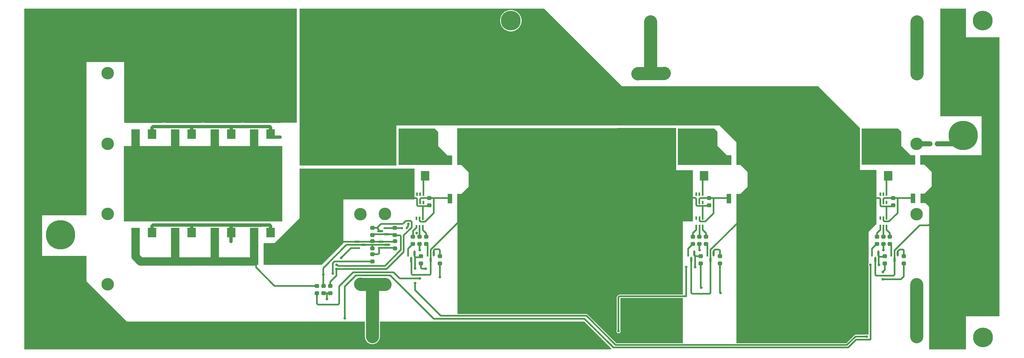
<source format=gbl>
G04*
G04 #@! TF.GenerationSoftware,Altium Limited,Altium Designer,21.6.4 (81)*
G04*
G04 Layer_Physical_Order=2*
G04 Layer_Color=16711680*
%FSLAX43Y43*%
%MOMM*%
G71*
G04*
G04 #@! TF.SameCoordinates,3B1B0440-9CC4-4517-B04E-561091F89696*
G04*
G04*
G04 #@! TF.FilePolarity,Positive*
G04*
G01*
G75*
%ADD11C,0.508*%
G04:AMPARAMS|DCode=18|XSize=1.2mm|YSize=1.3mm|CornerRadius=0.3mm|HoleSize=0mm|Usage=FLASHONLY|Rotation=0.000|XOffset=0mm|YOffset=0mm|HoleType=Round|Shape=RoundedRectangle|*
%AMROUNDEDRECTD18*
21,1,1.200,0.700,0,0,0.0*
21,1,0.600,1.300,0,0,0.0*
1,1,0.600,0.300,-0.350*
1,1,0.600,-0.300,-0.350*
1,1,0.600,-0.300,0.350*
1,1,0.600,0.300,0.350*
%
%ADD18ROUNDEDRECTD18*%
%ADD29C,1.000*%
%ADD31C,3.810*%
%ADD32C,8.890*%
%ADD33C,0.800*%
%ADD34C,6.000*%
G04:AMPARAMS|DCode=35|XSize=1.2mm|YSize=1.3mm|CornerRadius=0.3mm|HoleSize=0mm|Usage=FLASHONLY|Rotation=270.000|XOffset=0mm|YOffset=0mm|HoleType=Round|Shape=RoundedRectangle|*
%AMROUNDEDRECTD35*
21,1,1.200,0.700,0,0,270.0*
21,1,0.600,1.300,0,0,270.0*
1,1,0.600,-0.350,-0.300*
1,1,0.600,-0.350,0.300*
1,1,0.600,0.350,0.300*
1,1,0.600,0.350,-0.300*
%
%ADD35ROUNDEDRECTD35*%
%ADD36R,0.600X0.700*%
G04:AMPARAMS|DCode=37|XSize=1.824mm|YSize=0.618mm|CornerRadius=0.309mm|HoleSize=0mm|Usage=FLASHONLY|Rotation=0.000|XOffset=0mm|YOffset=0mm|HoleType=Round|Shape=RoundedRectangle|*
%AMROUNDEDRECTD37*
21,1,1.824,0.000,0,0,0.0*
21,1,1.206,0.618,0,0,0.0*
1,1,0.618,0.603,0.000*
1,1,0.618,-0.603,0.000*
1,1,0.618,-0.603,0.000*
1,1,0.618,0.603,0.000*
%
%ADD37ROUNDEDRECTD37*%
%ADD38R,1.824X0.618*%
%ADD39R,1.358X2.906*%
%ADD40R,2.500X3.000*%
%ADD41R,11.000X11.000*%
%ADD42R,0.508X1.016*%
%ADD43R,0.618X1.824*%
G04:AMPARAMS|DCode=44|XSize=1.824mm|YSize=0.618mm|CornerRadius=0.309mm|HoleSize=0mm|Usage=FLASHONLY|Rotation=270.000|XOffset=0mm|YOffset=0mm|HoleType=Round|Shape=RoundedRectangle|*
%AMROUNDEDRECTD44*
21,1,1.824,0.000,0,0,270.0*
21,1,1.206,0.618,0,0,270.0*
1,1,0.618,0.000,-0.603*
1,1,0.618,0.000,0.603*
1,1,0.618,0.000,0.603*
1,1,0.618,0.000,-0.603*
%
%ADD44ROUNDEDRECTD44*%
%ADD45C,4.000*%
%ADD46C,2.500*%
%ADD47C,1.500*%
%ADD48C,2.286*%
G36*
X113284Y210363D02*
X60858D01*
Y228829D01*
X49428D01*
Y182220D01*
X36017D01*
Y169850D01*
X49428D01*
X49428Y162154D01*
X61747Y149835D01*
X133955D01*
Y145237D01*
X133999Y144795D01*
X134128Y144370D01*
X134337Y143979D01*
X134619Y143636D01*
X134962Y143354D01*
X135353Y143145D01*
X135778Y143016D01*
X136220Y142972D01*
X136662Y143016D01*
X137087Y143145D01*
X137479Y143354D01*
X137822Y143636D01*
X138103Y143979D01*
X138313Y144370D01*
X138442Y144795D01*
X138485Y145237D01*
Y149835D01*
X200558D01*
X208807Y141586D01*
X208710Y141351D01*
X30607D01*
Y245110D01*
X113284D01*
Y210363D01*
D02*
G37*
G36*
X228409Y195936D02*
X233553D01*
Y180340D01*
X230505D01*
Y158074D01*
X211245D01*
X211046Y158035D01*
X210979Y157990D01*
X210878Y157922D01*
X210878Y157922D01*
X210581Y157625D01*
X210468Y157457D01*
X210429Y157259D01*
Y147371D01*
X210393Y147335D01*
X210293Y147094D01*
Y146834D01*
X210393Y146594D01*
X210577Y146410D01*
X210817Y146310D01*
X211077D01*
X211317Y146410D01*
X211501Y146594D01*
X211601Y146834D01*
Y147094D01*
X211501Y147335D01*
X211465Y147371D01*
Y157038D01*
X230505D01*
Y143247D01*
X210291D01*
X201585Y151953D01*
X201417Y152066D01*
X201219Y152105D01*
X162027D01*
Y188722D01*
X163220D01*
X165417Y190919D01*
Y195313D01*
X163220Y197510D01*
X162001D01*
Y208686D01*
X210439Y208686D01*
X210541Y208788D01*
X228409D01*
Y195936D01*
D02*
G37*
G36*
X296774Y207670D02*
Y203327D01*
X299644Y200457D01*
X300965D01*
Y197561D01*
X284759D01*
Y208610D01*
X295834D01*
X296774Y207670D01*
D02*
G37*
G36*
X240970Y207659D02*
Y203316D01*
X243840Y200446D01*
X245161D01*
Y197550D01*
X228956D01*
Y208599D01*
X240030D01*
X240970Y207659D01*
D02*
G37*
G36*
X156210Y207620D02*
Y203276D01*
X159080Y200406D01*
X160401D01*
Y197510D01*
X144196D01*
Y208559D01*
X155270D01*
X156210Y207620D01*
D02*
G37*
G36*
X108864Y180315D02*
X60833D01*
Y203276D01*
X108864D01*
Y180315D01*
D02*
G37*
G36*
X148996Y187046D02*
X127406D01*
Y173688D01*
X120802Y167084D01*
X103251D01*
Y173764D01*
X106554D01*
X114173Y181256D01*
Y196421D01*
X148996D01*
Y187046D01*
D02*
G37*
G36*
X212014Y221513D02*
X271577D01*
Y221399D01*
X284239Y208737D01*
Y195961D01*
X289255D01*
Y179603D01*
X286842Y177190D01*
Y167517D01*
X286747Y167287D01*
Y167027D01*
X286842Y166797D01*
Y146013D01*
X286745Y145947D01*
X286588Y145885D01*
X286388Y145967D01*
X286128D01*
X285888Y145868D01*
X285851Y145831D01*
X282880D01*
X282682Y145792D01*
X282514Y145680D01*
X280081Y143247D01*
X246736D01*
Y179578D01*
X246761Y179603D01*
Y188747D01*
X247955D01*
X250152Y190945D01*
Y195339D01*
X247955Y197536D01*
X246736D01*
Y204445D01*
X241605Y209575D01*
X143485D01*
Y197383D01*
X114097D01*
Y245110D01*
X188417D01*
X212014Y221513D01*
D02*
G37*
G36*
X316433Y236372D02*
X326593D01*
Y151435D01*
X316433D01*
Y141351D01*
X305257D01*
Y184760D01*
X304140Y185877D01*
X302590D01*
Y188773D01*
X303784D01*
X305981Y190970D01*
Y195364D01*
X303784Y197561D01*
X302565D01*
Y200457D01*
X321183D01*
X321183Y212293D01*
X308610D01*
Y245110D01*
X316433D01*
Y236372D01*
D02*
G37*
%LPC*%
G36*
X178513Y244681D02*
X178001D01*
X177495Y244601D01*
X177008Y244443D01*
X176552Y244210D01*
X176137Y243909D01*
X175775Y243547D01*
X175474Y243132D01*
X175242Y242676D01*
X175083Y242189D01*
X175003Y241683D01*
Y241171D01*
X175083Y240665D01*
X175242Y240178D01*
X175474Y239722D01*
X175775Y239307D01*
X176137Y238945D01*
X176552Y238644D01*
X177008Y238411D01*
X177495Y238253D01*
X178001Y238173D01*
X178513D01*
X179019Y238253D01*
X179506Y238411D01*
X179963Y238644D01*
X180377Y238945D01*
X180739Y239307D01*
X181040Y239722D01*
X181273Y240178D01*
X181431Y240665D01*
X181511Y241171D01*
Y241683D01*
X181431Y242189D01*
X181273Y242676D01*
X181040Y243132D01*
X180739Y243547D01*
X180377Y243909D01*
X179963Y244210D01*
X179506Y244443D01*
X179019Y244601D01*
X178513Y244681D01*
D02*
G37*
%LPD*%
D11*
X125324Y165811D02*
X140538D01*
X145745Y171018D01*
Y176076D01*
X142672Y164846D02*
X144551Y162966D01*
X150622D01*
X130429Y164846D02*
X142672D01*
X154838Y150724D02*
X200584D01*
X131216Y163932D02*
X141630D01*
X154838Y150724D01*
X126162Y155314D02*
Y160579D01*
X130429Y164846D01*
X122415Y158445D02*
X123419D01*
X121412D02*
X122415D01*
X119405Y155314D02*
Y158445D01*
Y155314D02*
X119703Y155016D01*
X122415Y156680D02*
X122428Y156667D01*
X122415Y156680D02*
Y158445D01*
X119703Y155016D02*
X125864D01*
X123419Y158445D02*
X123419Y158445D01*
X121412Y158445D02*
X121412Y158445D01*
X144907Y171679D02*
Y175826D01*
X140030Y166802D02*
X144907Y171679D01*
X125809Y166802D02*
X140030D01*
X236474Y185039D02*
X238217D01*
X234827D02*
X236474D01*
Y181305D02*
Y185039D01*
X234529Y186080D02*
Y187195D01*
Y185337D02*
Y186080D01*
X162973Y186932D02*
X163112Y187071D01*
X162402Y186214D02*
X162973D01*
X235832Y180289D02*
X237297D01*
X239801Y182793D01*
Y187452D01*
X238455Y187477D02*
X239801D01*
X244293D01*
X283058Y144348D02*
X287350D01*
X209372Y141935D02*
X280645D01*
X283058Y144348D01*
X280296Y142729D02*
X282880Y145313D01*
X210077Y142729D02*
X280296D01*
X282880Y145313D02*
X286258D01*
X287426Y144424D02*
Y167132D01*
X287350Y144348D02*
X287426Y144424D01*
X127838Y150876D02*
Y160553D01*
X131216Y163932D01*
X125864Y155016D02*
X126162Y155314D01*
X125453Y167157D02*
X125809Y166802D01*
X136507Y176403D02*
X140533D01*
X142766D01*
X201219Y151587D02*
X210077Y142729D01*
X156997Y151587D02*
X201219D01*
X200584Y150724D02*
X209372Y141935D01*
X149174Y159410D02*
X156997Y151587D01*
X149174Y159410D02*
Y161519D01*
X287401Y167157D02*
X287426Y167132D01*
X289942Y169867D02*
Y170086D01*
Y167156D02*
Y169867D01*
Y167156D02*
X289966Y167132D01*
X210947Y146964D02*
Y157259D01*
X211245Y157556D02*
X231496D01*
X210947Y157259D02*
X211245Y157556D01*
X231496D02*
Y166370D01*
X231445Y166421D02*
X231496Y166370D01*
X234214Y166445D02*
Y169849D01*
X289942Y169867D02*
X290240Y169570D01*
X291597D02*
X291744Y169717D01*
X289799Y169992D02*
Y170577D01*
X290240Y169570D02*
X291597D01*
X291160Y164948D02*
Y165027D01*
X291744Y165611D02*
Y167422D01*
X291160Y165027D02*
X291744Y165611D01*
X291684Y167482D02*
X291744Y167422D01*
X288849Y164102D02*
Y168657D01*
X294403Y163805D02*
X294701Y164102D01*
X289146Y163805D02*
X294403D01*
X294701Y164102D02*
Y168666D01*
X288849Y164102D02*
X289146Y163805D01*
X149200Y165989D02*
Y169393D01*
X149334D01*
X124231Y164465D02*
Y167640D01*
X129733Y172227D02*
X131577D01*
X124231Y167640D02*
X124724Y168132D01*
X136246D01*
X126721Y169215D02*
X129733Y172227D01*
X125374Y167157D02*
X125453D01*
X143045Y176124D02*
X144609D01*
X144907Y175826D01*
X121336Y164135D02*
Y166116D01*
X128397Y173177D02*
X133497D01*
X121336Y166116D02*
X128397Y173177D01*
X136246Y176141D02*
X136507Y176403D01*
X125324Y163830D02*
Y165811D01*
X302336Y179146D02*
X305054D01*
X294701Y171511D02*
X302336Y179146D01*
X305054D02*
X309080Y183172D01*
X296297Y171806D02*
X297263D01*
X294701Y168666D02*
Y171511D01*
X295651Y171160D02*
X296297Y171806D01*
X295651Y170586D02*
Y171160D01*
X297561Y169717D02*
Y171508D01*
X297263Y171806D02*
X297561Y171508D01*
X123419Y160645D02*
Y161925D01*
X125324Y163830D01*
X106502Y160706D02*
X119345D01*
X100889Y166319D02*
Y168478D01*
Y166319D02*
X106502Y160706D01*
X121336Y164135D02*
X121374Y164097D01*
Y160683D02*
X121412Y160645D01*
X121374Y160683D02*
Y164097D01*
X148082Y164382D02*
X148380Y164084D01*
X153637D01*
X153934Y164382D01*
X148082D02*
Y168657D01*
X153934Y164382D02*
Y168666D01*
X247025Y179842D02*
Y186100D01*
X238872Y168641D02*
Y171689D01*
X247025Y179842D01*
X247735Y186216D02*
Y186934D01*
X247140Y186216D02*
X247735D01*
X247025Y186100D02*
X247140Y186216D01*
X247735Y186934D02*
X247850Y187050D01*
X153934Y171663D02*
X162263Y179992D01*
Y186075D01*
X153934Y168666D02*
Y171663D01*
X151536Y181254D02*
Y184963D01*
X150107Y184963D02*
X153221D01*
X151536Y184963D02*
X151536Y184963D01*
X149809Y185260D02*
Y186055D01*
Y185260D02*
X150107Y184963D01*
X153221D02*
X153518Y185260D01*
X146355Y180467D02*
X147861D01*
X145745Y176076D02*
X148158Y178489D01*
Y180169D01*
X147861Y180467D02*
X148158Y180169D01*
X145466Y179578D02*
X146355Y180467D01*
X138887Y179578D02*
X145466D01*
X138062Y177419D02*
Y177919D01*
X138113Y177368D02*
X138613D01*
X138062Y177419D02*
X138113Y177368D01*
X137640Y178341D02*
X138062Y177919D01*
X136246Y178341D02*
X137650D01*
X138255Y170630D02*
Y172253D01*
X136246Y170332D02*
X137957D01*
X138255Y170630D01*
X142979Y172253D02*
X143104Y172128D01*
X138255Y172253D02*
X142979D01*
X142928Y174153D02*
X143104Y174328D01*
X138841Y174153D02*
X142928D01*
X136027Y174127D02*
X136246Y174346D01*
X123514Y174127D02*
X136027D01*
X142766Y176403D02*
X143045Y176124D01*
X236068Y160198D02*
Y160277D01*
X235915Y160429D02*
X236068Y160277D01*
X235915Y160429D02*
Y167509D01*
X233020Y158590D02*
Y168632D01*
X233317Y158293D02*
X238574D01*
X238872Y158590D02*
Y168641D01*
X238574Y158293D02*
X238872Y158590D01*
X233020D02*
X233317Y158293D01*
X241757Y158727D02*
Y167496D01*
X241859Y158547D02*
Y158626D01*
X241757Y158727D02*
X241859Y158626D01*
X241732Y167521D02*
X241757Y167496D01*
X291313Y171653D02*
Y173474D01*
X235483Y171628D02*
Y173449D01*
X234322Y169740D02*
X235884D01*
X233970Y170008D02*
Y170581D01*
X234105Y169957D02*
X234322Y169740D01*
X234020Y169957D02*
X234105D01*
X233970Y170008D02*
X234020Y169957D01*
X235884Y169740D02*
X235915Y169709D01*
X137650Y178341D02*
X138887Y179578D01*
X147086Y179471D02*
X147142Y179527D01*
X147086Y178836D02*
Y179471D01*
X146609Y178358D02*
X147086Y178836D01*
X146609Y178308D02*
Y178358D01*
X148590Y177419D02*
X149631Y178460D01*
X148590Y175598D02*
Y177419D01*
X149631Y178460D02*
Y178714D01*
X119345Y160706D02*
X119405Y160645D01*
X136246Y173190D02*
X140749D01*
X133510D02*
X136246D01*
Y172146D02*
Y173190D01*
X140749D02*
X140762Y173203D01*
X133497Y173177D02*
X133510Y173190D01*
X136418Y174174D02*
X138820D01*
X136246Y174346D02*
X136418Y174174D01*
X138820D02*
X138841Y174153D01*
X301447Y161163D02*
X301473Y161188D01*
X305427Y203937D02*
X305453Y203962D01*
X143016Y178330D02*
X143027Y178341D01*
X140545Y178330D02*
X143016D01*
X140533Y178318D02*
X140545Y178330D01*
X143027Y178341D02*
X143044Y178325D01*
X145192D01*
X145209Y178308D01*
X150571Y177240D02*
Y178714D01*
Y177240D02*
X150574Y177237D01*
X150571Y175623D02*
X150574Y175626D01*
Y177237D01*
X151536Y177724D02*
X152552Y176708D01*
X151536Y177724D02*
Y178714D01*
X152552Y175598D02*
Y176708D01*
X150927Y166210D02*
Y167535D01*
Y166210D02*
X151224Y165913D01*
X152400D01*
X291160Y162738D02*
X296709D01*
X297561Y163590D01*
Y167517D01*
X140533Y178318D02*
X140538Y178313D01*
X110980Y168554D02*
X110991Y168565D01*
X150546Y173474D02*
X150584Y173436D01*
Y171615D02*
X150622Y171577D01*
X150584Y171615D02*
Y173436D01*
X148981Y170607D02*
X149002Y170586D01*
X149334Y169393D02*
X150510D01*
X149002Y169724D02*
Y170586D01*
Y169724D02*
X149334Y169393D01*
X150510D02*
X150852Y169735D01*
X150927D01*
X149795Y186055D02*
Y187170D01*
X156718Y163398D02*
Y167521D01*
X156743Y167547D01*
X156693Y163373D02*
X156718Y163398D01*
X163830Y187071D02*
X165506Y188747D01*
X162973Y186214D02*
Y186932D01*
X163112Y187071D02*
X163830D01*
X162263Y186075D02*
X162402Y186214D01*
X248569Y187050D02*
X251009Y189490D01*
X247850Y187050D02*
X248569D01*
X301485Y225311D02*
X301498Y225298D01*
X301473Y241148D02*
X301485Y241135D01*
X154854Y171503D02*
X155186Y171835D01*
X154833Y170616D02*
X154854Y170637D01*
Y171503D01*
X155186Y171835D02*
X156446D01*
X156743Y169747D02*
Y171537D01*
X156446Y171835D02*
X156743Y171537D01*
X239843Y171478D02*
X240174Y171810D01*
X239822Y170590D02*
X239843Y170611D01*
Y171478D01*
X240174Y171810D02*
X241434D01*
X241732Y169721D02*
Y171512D01*
X241434Y171810D02*
X241732Y171512D01*
X147081Y170607D02*
Y172041D01*
X148514Y173474D01*
X148539D01*
X152984Y170586D02*
X153039Y170641D01*
X152552Y173474D02*
X152578D01*
X152984Y170586D02*
Y173068D01*
X152578Y173474D02*
X152984Y173068D01*
X237922Y170561D02*
X237977Y170616D01*
X237490Y173449D02*
X237515D01*
X237922Y170561D02*
Y173042D01*
X237515Y173449D02*
X237922Y173042D01*
X233502Y173449D02*
X233528D01*
X232070Y172016D02*
X233502Y173449D01*
X232070Y170581D02*
Y172016D01*
X287899Y170607D02*
Y172041D01*
X289332Y173474D01*
X289357D01*
X293344D02*
X293751Y173068D01*
Y170586D02*
Y173068D01*
X293319Y173474D02*
X293344D01*
X293751Y170586D02*
X293806Y170641D01*
X154864Y182829D02*
Y187401D01*
X150894Y180238D02*
X152273D01*
X154864Y182829D01*
X150571Y180561D02*
Y181254D01*
Y180561D02*
X150894Y180238D01*
X151047Y187452D02*
X153721D01*
X150749Y186055D02*
Y187154D01*
X151047Y187452D01*
X153721D02*
X159559D01*
X149497Y187467D02*
X149795Y187170D01*
X151714Y193680D02*
X152208Y194173D01*
X151714Y188595D02*
Y193680D01*
X147505Y187467D02*
X149497D01*
X147208Y187765D02*
X147505Y187467D01*
X147208Y187765D02*
Y194173D01*
X235509Y175623D02*
X235534Y175649D01*
X235509Y175674D02*
Y178765D01*
X234569Y177775D02*
Y178765D01*
X233528Y176733D02*
X234569Y177775D01*
X233528Y175649D02*
Y176733D01*
X236474Y177775D02*
Y178765D01*
Y177775D02*
X237490Y176759D01*
Y175649D02*
Y176759D01*
X235509Y180612D02*
X235832Y180289D01*
X235509Y180612D02*
Y181305D01*
X244293Y187477D02*
X244471Y187300D01*
X238217Y185039D02*
X238455Y185277D01*
X234529Y185337D02*
X234827Y185039D01*
X235483Y187180D02*
X235781Y187477D01*
X235483Y186080D02*
Y187180D01*
X235781Y187477D02*
X238455D01*
X236449Y188620D02*
Y193705D01*
X236942Y194198D01*
X234231Y187493D02*
X234529Y187195D01*
X232240Y187493D02*
X234231D01*
X231942Y187790D02*
X232240Y187493D01*
X231942Y187790D02*
Y194198D01*
X100363Y198164D02*
X100863Y197663D01*
X293319Y175674D02*
Y176784D01*
X292303Y177800D02*
X293319Y176784D01*
X292303Y177800D02*
Y178791D01*
X289357Y175674D02*
Y176759D01*
X290398Y177800D01*
Y178791D01*
X291338Y175700D02*
Y178791D01*
X291313Y175674D02*
X291338Y175700D01*
X295631Y182905D02*
Y187477D01*
X291661Y180315D02*
X293040D01*
X295631Y182905D01*
X294284Y187477D02*
X295631D01*
X291610D02*
X294284D01*
X295631D02*
X300173D01*
X291338Y180638D02*
Y181331D01*
Y180638D02*
X291661Y180315D01*
X292303Y184912D02*
X293591D01*
X290670D02*
X292303D01*
Y181331D02*
Y184912D01*
X290373Y185210D02*
Y186080D01*
Y187180D01*
X293603Y184925D02*
X293967D01*
X294284Y185242D01*
X293591Y184912D02*
X293603Y184925D01*
X290373Y185210D02*
X290670Y184912D01*
X291313Y186080D02*
Y187180D01*
X291610Y187477D01*
X300173D02*
X300326Y187325D01*
X287786Y187775D02*
Y194183D01*
Y187775D02*
X288083Y187477D01*
X290075D01*
X290373Y187180D01*
X292278Y193675D02*
X292786Y194183D01*
X292278Y188620D02*
Y193675D01*
D18*
X305453Y203962D02*
D03*
X307653D02*
D03*
D29*
X310109Y187325D02*
X315417Y182016D01*
X310109Y187325D02*
X313341D01*
X303280D02*
X310109D01*
X98984Y195950D02*
Y196494D01*
X98596Y195563D02*
X98984Y195950D01*
X98577Y193500D02*
Y195000D01*
Y192000D02*
Y193500D01*
Y195000D02*
X98596Y195019D01*
Y195563D01*
X98577Y190109D02*
Y192000D01*
X105258Y206798D02*
Y206819D01*
X106113Y205943D02*
X108204D01*
X105258Y206798D02*
X106113Y205943D01*
X102863Y215824D02*
X107863Y210824D01*
X93363Y179178D02*
X101925D01*
X93320D02*
X93363D01*
X93320Y174219D02*
Y176924D01*
X93320Y176924D01*
Y179178D01*
X93363Y176924D02*
Y179178D01*
X101925D02*
X102367D01*
X104027Y179194D02*
X105065D01*
X105363Y176924D02*
Y178897D01*
X81356Y179194D02*
X98800D01*
X104027D01*
X105065D02*
X105363Y178897D01*
X69363D02*
X69660Y179194D01*
X69363Y176924D02*
Y178897D01*
X81356Y179194D02*
X81363Y179188D01*
Y176924D02*
Y179188D01*
X69660Y179194D02*
X81356D01*
X93523Y209194D02*
X105065D01*
X81356D02*
X93523D01*
X93363Y209034D02*
X93523Y209194D01*
X93363Y206924D02*
Y209034D01*
X69660Y209194D02*
X81356D01*
X81363Y206924D02*
Y209188D01*
X81356Y209194D02*
X81363Y209188D01*
X69363Y206924D02*
Y208897D01*
X69660Y209194D01*
X105065D02*
X105363Y208897D01*
Y206924D02*
Y208897D01*
X303229Y199009D02*
X309474D01*
D31*
X224739Y161163D02*
D03*
Y182626D02*
D03*
Y203962D02*
D03*
Y225425D02*
D03*
X301447Y161163D02*
D03*
Y182499D02*
D03*
Y203962D02*
D03*
Y225298D02*
D03*
X140081Y161163D02*
D03*
Y182626D02*
D03*
Y203962D02*
D03*
Y225425D02*
D03*
X216789Y161163D02*
D03*
Y182499D02*
D03*
Y203962D02*
D03*
Y225298D02*
D03*
X55880Y161163D02*
D03*
Y182626D02*
D03*
Y203962D02*
D03*
Y225425D02*
D03*
X132588Y161163D02*
D03*
Y182499D02*
D03*
Y203962D02*
D03*
Y225298D02*
D03*
D32*
X41605Y176276D02*
D03*
Y206121D02*
D03*
X315595Y206502D02*
D03*
Y176657D02*
D03*
D33*
X227500Y207500D02*
D03*
Y202500D02*
D03*
Y197500D02*
D03*
X228750Y195000D02*
D03*
X227500Y192500D02*
D03*
X228750Y190000D02*
D03*
X227500Y187500D02*
D03*
X228750Y185000D02*
D03*
X227500Y182500D02*
D03*
X225000Y207500D02*
D03*
X226250Y200000D02*
D03*
X225000Y197500D02*
D03*
X226250Y195000D02*
D03*
X225000Y192500D02*
D03*
X226250Y190000D02*
D03*
X225000Y187500D02*
D03*
X226250Y185000D02*
D03*
X222500Y207500D02*
D03*
Y202500D02*
D03*
X223750Y200000D02*
D03*
X222500Y197500D02*
D03*
X223750Y195000D02*
D03*
X222500Y192500D02*
D03*
X223750Y190000D02*
D03*
X222500Y187500D02*
D03*
X223750Y185000D02*
D03*
X220000Y207500D02*
D03*
X221250Y205000D02*
D03*
X220000Y202500D02*
D03*
X221250Y200000D02*
D03*
X220000Y197500D02*
D03*
X221250Y195000D02*
D03*
X220000Y192500D02*
D03*
X221250Y190000D02*
D03*
X220000Y187500D02*
D03*
X221250Y185000D02*
D03*
X220000Y182500D02*
D03*
X217500Y207500D02*
D03*
X218750Y200000D02*
D03*
X217500Y197500D02*
D03*
X218750Y195000D02*
D03*
X217500Y192500D02*
D03*
X218750Y190000D02*
D03*
X217500Y187500D02*
D03*
X218750Y185000D02*
D03*
X215000Y207500D02*
D03*
X216250Y200000D02*
D03*
X215000Y197500D02*
D03*
X216250Y195000D02*
D03*
X215000Y192500D02*
D03*
X216250Y190000D02*
D03*
X215000Y187500D02*
D03*
X216250Y185000D02*
D03*
X212500Y207500D02*
D03*
X213750Y205000D02*
D03*
X212500Y202500D02*
D03*
X213750Y200000D02*
D03*
X212500Y197500D02*
D03*
X213750Y195000D02*
D03*
X212500Y192500D02*
D03*
X213750Y190000D02*
D03*
X212500Y187500D02*
D03*
X213750Y185000D02*
D03*
X212500Y182500D02*
D03*
X140000Y200000D02*
D03*
X137500D02*
D03*
X136250Y202500D02*
D03*
X135000Y200000D02*
D03*
X132500D02*
D03*
X130000D02*
D03*
X321250Y190000D02*
D03*
X320000Y187500D02*
D03*
X321250Y185000D02*
D03*
X320000Y182500D02*
D03*
X321250Y180000D02*
D03*
Y175000D02*
D03*
X320000Y172500D02*
D03*
X321250Y170000D02*
D03*
X320000Y167500D02*
D03*
X321250Y165000D02*
D03*
X320000Y162500D02*
D03*
X321250Y160000D02*
D03*
X320000Y157500D02*
D03*
X321250Y155000D02*
D03*
X320000Y152500D02*
D03*
X318750Y190000D02*
D03*
X317500Y187500D02*
D03*
X318750Y185000D02*
D03*
X317500Y182500D02*
D03*
X318750Y170000D02*
D03*
X317500Y167500D02*
D03*
X318750Y165000D02*
D03*
X317500Y162500D02*
D03*
X318750Y160000D02*
D03*
X317500Y157500D02*
D03*
X318750Y155000D02*
D03*
X317500Y152500D02*
D03*
X316250Y190000D02*
D03*
X315000Y187500D02*
D03*
X316250Y185000D02*
D03*
X315000Y182500D02*
D03*
X316250Y170000D02*
D03*
X315000Y167500D02*
D03*
X316250Y165000D02*
D03*
X315000Y162500D02*
D03*
X316250Y160000D02*
D03*
X315000Y157500D02*
D03*
X316250Y155000D02*
D03*
X315000Y152500D02*
D03*
Y147500D02*
D03*
Y142500D02*
D03*
X313750Y190000D02*
D03*
X312500Y187500D02*
D03*
X313750Y185000D02*
D03*
X312500Y182500D02*
D03*
Y172500D02*
D03*
X313750Y170000D02*
D03*
X312500Y167500D02*
D03*
X313750Y165000D02*
D03*
X312500Y162500D02*
D03*
X313750Y160000D02*
D03*
X312500Y157500D02*
D03*
X313750Y155000D02*
D03*
X312500Y152500D02*
D03*
X313750Y150000D02*
D03*
X312500Y147500D02*
D03*
Y142500D02*
D03*
X311250Y190000D02*
D03*
X310000Y187500D02*
D03*
X311250Y185000D02*
D03*
X310000Y182500D02*
D03*
X311250Y180000D02*
D03*
X310000Y177500D02*
D03*
Y172500D02*
D03*
X311250Y170000D02*
D03*
X310000Y167500D02*
D03*
X311250Y165000D02*
D03*
X310000Y162500D02*
D03*
X311250Y160000D02*
D03*
X310000Y157500D02*
D03*
X311250Y155000D02*
D03*
X310000Y152500D02*
D03*
X311250Y150000D02*
D03*
X310000Y147500D02*
D03*
Y142500D02*
D03*
X308750Y155000D02*
D03*
X307500Y152500D02*
D03*
X308750Y150000D02*
D03*
X307500Y147500D02*
D03*
X308750Y145000D02*
D03*
X307500Y142500D02*
D03*
X111250Y242500D02*
D03*
X110000Y240000D02*
D03*
X111250Y237500D02*
D03*
X110000Y235000D02*
D03*
X111250Y232500D02*
D03*
X110000Y230000D02*
D03*
X111250Y227500D02*
D03*
X110000Y225000D02*
D03*
X111250Y222500D02*
D03*
X110000Y220000D02*
D03*
X111250Y217500D02*
D03*
X110000Y215000D02*
D03*
X111250Y212500D02*
D03*
X108750Y242500D02*
D03*
X107500Y240000D02*
D03*
X108750Y237500D02*
D03*
X107500Y235000D02*
D03*
X108750Y232500D02*
D03*
X107500Y230000D02*
D03*
X108750Y227500D02*
D03*
X107500Y225000D02*
D03*
X108750Y222500D02*
D03*
X106250Y242500D02*
D03*
X105000Y240000D02*
D03*
X106250Y237500D02*
D03*
X105000Y235000D02*
D03*
X106250Y232500D02*
D03*
X105000Y230000D02*
D03*
X106250Y227500D02*
D03*
X105000Y225000D02*
D03*
X106250Y222500D02*
D03*
X103750Y242500D02*
D03*
X102500Y240000D02*
D03*
X103750Y237500D02*
D03*
X102500Y235000D02*
D03*
X103750Y232500D02*
D03*
X102500Y230000D02*
D03*
X103750Y227500D02*
D03*
X102500Y225000D02*
D03*
X103750Y222500D02*
D03*
X101250Y242500D02*
D03*
X100000Y240000D02*
D03*
X101250Y237500D02*
D03*
X100000Y235000D02*
D03*
X101250Y232500D02*
D03*
X100000Y230000D02*
D03*
X101250Y227500D02*
D03*
X100000Y225000D02*
D03*
X101250Y222500D02*
D03*
X98750Y242500D02*
D03*
X97500Y240000D02*
D03*
X98750Y237500D02*
D03*
X97500Y235000D02*
D03*
X98750Y232500D02*
D03*
X97500Y230000D02*
D03*
X98750Y227500D02*
D03*
X97500Y225000D02*
D03*
X98750Y222500D02*
D03*
X96250Y242500D02*
D03*
X95000Y240000D02*
D03*
X96250Y237500D02*
D03*
X95000Y235000D02*
D03*
X96250Y232500D02*
D03*
X95000Y230000D02*
D03*
X96250Y227500D02*
D03*
X95000Y225000D02*
D03*
X96250Y222500D02*
D03*
X93750Y242500D02*
D03*
X92500Y240000D02*
D03*
X93750Y237500D02*
D03*
X92500Y235000D02*
D03*
X93750Y232500D02*
D03*
X92500Y230000D02*
D03*
X93750Y227500D02*
D03*
X92500Y225000D02*
D03*
X93750Y222500D02*
D03*
X91250Y242500D02*
D03*
X90000Y240000D02*
D03*
X91250Y237500D02*
D03*
X90000Y235000D02*
D03*
X91250Y232500D02*
D03*
X90000Y230000D02*
D03*
X91250Y227500D02*
D03*
X90000Y225000D02*
D03*
X91250Y222500D02*
D03*
X88750Y242500D02*
D03*
X87500Y240000D02*
D03*
X88750Y237500D02*
D03*
X87500Y235000D02*
D03*
X88750Y232500D02*
D03*
X87500Y230000D02*
D03*
X88750Y227500D02*
D03*
X87500Y225000D02*
D03*
X88750Y222500D02*
D03*
X86250Y242500D02*
D03*
X85000Y240000D02*
D03*
X86250Y237500D02*
D03*
X85000Y235000D02*
D03*
X86250Y232500D02*
D03*
X85000Y230000D02*
D03*
X86250Y227500D02*
D03*
X85000Y225000D02*
D03*
X86250Y222500D02*
D03*
X83750Y242500D02*
D03*
X82500Y240000D02*
D03*
X83750Y237500D02*
D03*
X82500Y235000D02*
D03*
X83750Y232500D02*
D03*
X82500Y230000D02*
D03*
X83750Y227500D02*
D03*
X82500Y225000D02*
D03*
X83750Y222500D02*
D03*
X81250Y242500D02*
D03*
X80000Y240000D02*
D03*
X81250Y237500D02*
D03*
X80000Y235000D02*
D03*
X81250Y232500D02*
D03*
X80000Y230000D02*
D03*
X81250Y227500D02*
D03*
X80000Y225000D02*
D03*
X81250Y222500D02*
D03*
X78750Y242500D02*
D03*
X77500Y240000D02*
D03*
X78750Y237500D02*
D03*
X77500Y235000D02*
D03*
X78750Y232500D02*
D03*
X77500Y230000D02*
D03*
X78750Y227500D02*
D03*
X77500Y225000D02*
D03*
X78750Y222500D02*
D03*
X76250Y242500D02*
D03*
X75000Y240000D02*
D03*
X76250Y237500D02*
D03*
X75000Y235000D02*
D03*
X76250Y232500D02*
D03*
X75000Y230000D02*
D03*
X76250Y227500D02*
D03*
X75000Y225000D02*
D03*
X76250Y222500D02*
D03*
X73750Y242500D02*
D03*
X72500Y240000D02*
D03*
X73750Y237500D02*
D03*
X72500Y235000D02*
D03*
X73750Y232500D02*
D03*
X72500Y230000D02*
D03*
X73750Y227500D02*
D03*
X72500Y225000D02*
D03*
X73750Y222500D02*
D03*
X71250Y242500D02*
D03*
X70000Y240000D02*
D03*
X71250Y237500D02*
D03*
X70000Y235000D02*
D03*
X71250Y232500D02*
D03*
X70000Y230000D02*
D03*
X71250Y227500D02*
D03*
X70000Y225000D02*
D03*
X71250Y222500D02*
D03*
X68750Y242500D02*
D03*
X67500Y240000D02*
D03*
X68750Y237500D02*
D03*
X67500Y235000D02*
D03*
X68750Y232500D02*
D03*
X67500Y230000D02*
D03*
X68750Y227500D02*
D03*
X67500Y225000D02*
D03*
X68750Y222500D02*
D03*
X66250Y242500D02*
D03*
X65000Y240000D02*
D03*
X66250Y237500D02*
D03*
X65000Y235000D02*
D03*
X66250Y232500D02*
D03*
X65000Y230000D02*
D03*
X66250Y227500D02*
D03*
X65000Y225000D02*
D03*
X66250Y222500D02*
D03*
X63750Y242500D02*
D03*
X62500Y240000D02*
D03*
X63750Y237500D02*
D03*
X62500Y235000D02*
D03*
X63750Y232500D02*
D03*
X62500Y230000D02*
D03*
X63750Y227500D02*
D03*
X62500Y225000D02*
D03*
X63750Y222500D02*
D03*
X61250Y242500D02*
D03*
X60000Y240000D02*
D03*
X61250Y237500D02*
D03*
X60000Y235000D02*
D03*
X61250Y232500D02*
D03*
X60000Y230000D02*
D03*
X58750Y242500D02*
D03*
X57500Y240000D02*
D03*
X58750Y237500D02*
D03*
X57500Y235000D02*
D03*
X58750Y232500D02*
D03*
X57500Y230000D02*
D03*
X56250Y242500D02*
D03*
X55000Y240000D02*
D03*
X56250Y237500D02*
D03*
X55000Y235000D02*
D03*
X56250Y232500D02*
D03*
X55000Y230000D02*
D03*
X53750Y242500D02*
D03*
X52500Y240000D02*
D03*
X53750Y237500D02*
D03*
X52500Y235000D02*
D03*
X53750Y232500D02*
D03*
X52500Y230000D02*
D03*
X51250Y242500D02*
D03*
X50000Y240000D02*
D03*
X51250Y237500D02*
D03*
X50000Y235000D02*
D03*
X51250Y232500D02*
D03*
X50000Y230000D02*
D03*
X48750Y242500D02*
D03*
X47500Y240000D02*
D03*
X48750Y237500D02*
D03*
X47500Y235000D02*
D03*
X48750Y232500D02*
D03*
X47500Y230000D02*
D03*
X48750Y227500D02*
D03*
X47500Y225000D02*
D03*
X48750Y222500D02*
D03*
X47500Y220000D02*
D03*
X48750Y217500D02*
D03*
X47500Y215000D02*
D03*
X48750Y212500D02*
D03*
X47500Y210000D02*
D03*
X48750Y207500D02*
D03*
X47500Y205000D02*
D03*
X48750Y202500D02*
D03*
X47500Y200000D02*
D03*
X48750Y197500D02*
D03*
X47500Y195000D02*
D03*
X46250Y242500D02*
D03*
X45000Y240000D02*
D03*
X46250Y237500D02*
D03*
X45000Y235000D02*
D03*
X46250Y232500D02*
D03*
X45000Y230000D02*
D03*
X46250Y227500D02*
D03*
X45000Y225000D02*
D03*
X46250Y222500D02*
D03*
X45000Y220000D02*
D03*
X46250Y217500D02*
D03*
X45000Y215000D02*
D03*
X46250Y212500D02*
D03*
X45000Y210000D02*
D03*
X46250Y202500D02*
D03*
X45000Y200000D02*
D03*
X46250Y197500D02*
D03*
X45000Y195000D02*
D03*
X43750Y242500D02*
D03*
X42500Y240000D02*
D03*
X43750Y237500D02*
D03*
X42500Y235000D02*
D03*
X43750Y232500D02*
D03*
X42500Y230000D02*
D03*
X43750Y227500D02*
D03*
X42500Y225000D02*
D03*
X43750Y222500D02*
D03*
X42500Y220000D02*
D03*
X43750Y217500D02*
D03*
X42500Y215000D02*
D03*
X43750Y212500D02*
D03*
X42500Y200000D02*
D03*
X43750Y197500D02*
D03*
X42500Y195000D02*
D03*
X41250Y242500D02*
D03*
X40000Y240000D02*
D03*
X41250Y237500D02*
D03*
X40000Y235000D02*
D03*
X41250Y232500D02*
D03*
X40000Y230000D02*
D03*
X41250Y227500D02*
D03*
X40000Y225000D02*
D03*
X41250Y222500D02*
D03*
X40000Y220000D02*
D03*
X41250Y217500D02*
D03*
X40000Y215000D02*
D03*
X41250Y212500D02*
D03*
X40000Y200000D02*
D03*
X41250Y197500D02*
D03*
X40000Y195000D02*
D03*
X38750Y237500D02*
D03*
X37500Y235000D02*
D03*
X38750Y232500D02*
D03*
X37500Y230000D02*
D03*
X38750Y227500D02*
D03*
X37500Y225000D02*
D03*
X38750Y222500D02*
D03*
X37500Y220000D02*
D03*
X38750Y217500D02*
D03*
X37500Y215000D02*
D03*
X38750Y212500D02*
D03*
X37500Y210000D02*
D03*
Y200000D02*
D03*
X38750Y197500D02*
D03*
X36250Y237500D02*
D03*
X35000Y235000D02*
D03*
X36250Y232500D02*
D03*
X35000Y230000D02*
D03*
X36250Y227500D02*
D03*
X35000Y225000D02*
D03*
X36250Y222500D02*
D03*
X35000Y220000D02*
D03*
X36250Y217500D02*
D03*
X35000Y215000D02*
D03*
X36250Y212500D02*
D03*
X35000Y210000D02*
D03*
X36250Y207500D02*
D03*
X35000Y205000D02*
D03*
X36250Y202500D02*
D03*
X35000Y200000D02*
D03*
X33750Y237500D02*
D03*
X32500Y235000D02*
D03*
X33750Y232500D02*
D03*
X32500Y230000D02*
D03*
X33750Y227500D02*
D03*
X32500Y225000D02*
D03*
X33750Y222500D02*
D03*
X32500Y220000D02*
D03*
X33750Y217500D02*
D03*
X32500Y215000D02*
D03*
X33750Y212500D02*
D03*
X32500Y210000D02*
D03*
X33750Y207500D02*
D03*
X32500Y205000D02*
D03*
X33750Y202500D02*
D03*
X32500Y200000D02*
D03*
X122428Y156667D02*
D03*
X286258Y145313D02*
D03*
X127838Y150876D02*
D03*
X149174Y161519D02*
D03*
X287401Y167157D02*
D03*
X289966Y167132D02*
D03*
X210947Y146964D02*
D03*
X231445Y166421D02*
D03*
X291160Y164948D02*
D03*
X234214Y166445D02*
D03*
X149200Y165989D02*
D03*
X117856Y183972D02*
D03*
X120142D02*
D03*
X122428D02*
D03*
X124714D02*
D03*
Y186258D02*
D03*
X122428D02*
D03*
X120142D02*
D03*
X117856D02*
D03*
X124714Y188544D02*
D03*
X122428D02*
D03*
X120142D02*
D03*
X117856D02*
D03*
X124714Y190830D02*
D03*
X122428D02*
D03*
X120142D02*
D03*
X117856D02*
D03*
X124714Y193116D02*
D03*
X122428D02*
D03*
X120142D02*
D03*
X117856D02*
D03*
X124796Y195338D02*
D03*
X122510D02*
D03*
X120224D02*
D03*
X117938D02*
D03*
X115652D02*
D03*
X115570Y193116D02*
D03*
Y190830D02*
D03*
Y188544D02*
D03*
Y186258D02*
D03*
Y183972D02*
D03*
X126721Y169215D02*
D03*
X125374Y167157D02*
D03*
X107500Y197500D02*
D03*
Y192500D02*
D03*
X106250Y200000D02*
D03*
X105000Y197500D02*
D03*
X106250Y195000D02*
D03*
X105000Y192500D02*
D03*
X103750Y200000D02*
D03*
X102500Y197500D02*
D03*
X103750Y195000D02*
D03*
X102500Y192500D02*
D03*
X101250Y200000D02*
D03*
X100000Y197500D02*
D03*
X101250Y195000D02*
D03*
X100000Y192500D02*
D03*
X98750Y200000D02*
D03*
X97500Y197500D02*
D03*
X98750Y195000D02*
D03*
X97500Y192500D02*
D03*
X96250Y200000D02*
D03*
X95000Y197500D02*
D03*
X96250Y195000D02*
D03*
X95000Y192500D02*
D03*
X93750Y200000D02*
D03*
X92500Y197500D02*
D03*
X93750Y195000D02*
D03*
X92500Y192500D02*
D03*
X91250Y200000D02*
D03*
X90000Y197500D02*
D03*
X91250Y195000D02*
D03*
X90000Y192500D02*
D03*
X88750Y200000D02*
D03*
X87500Y197500D02*
D03*
X88750Y195000D02*
D03*
X87500Y192500D02*
D03*
X86250Y200000D02*
D03*
X85000Y197500D02*
D03*
X86250Y195000D02*
D03*
X85000Y192500D02*
D03*
X83750Y200000D02*
D03*
X82500Y197500D02*
D03*
X83750Y195000D02*
D03*
X82500Y192500D02*
D03*
X81250Y200000D02*
D03*
X80000Y197500D02*
D03*
X81250Y195000D02*
D03*
X80000Y192500D02*
D03*
X78750Y200000D02*
D03*
X77500Y197500D02*
D03*
X78750Y195000D02*
D03*
X77500Y192500D02*
D03*
X76250Y200000D02*
D03*
X75000Y197500D02*
D03*
X76250Y195000D02*
D03*
X75000Y192500D02*
D03*
X73750Y200000D02*
D03*
X72500Y197500D02*
D03*
X73750Y195000D02*
D03*
X72500Y192500D02*
D03*
X71250Y200000D02*
D03*
X70000Y197500D02*
D03*
X71250Y195000D02*
D03*
X70000Y192500D02*
D03*
X68750Y200000D02*
D03*
X67500Y197500D02*
D03*
X68750Y195000D02*
D03*
X67500Y192500D02*
D03*
X66250Y200000D02*
D03*
X65000Y197500D02*
D03*
X66250Y195000D02*
D03*
X65000Y192500D02*
D03*
X63750Y200000D02*
D03*
X62500Y197500D02*
D03*
X63750Y195000D02*
D03*
X62500Y192500D02*
D03*
X124231Y164465D02*
D03*
X121336Y164135D02*
D03*
X125324Y165811D02*
D03*
X108204Y205943D02*
D03*
X150622Y162966D02*
D03*
X116713Y183972D02*
D03*
Y186258D02*
D03*
Y188544D02*
D03*
Y190830D02*
D03*
Y193116D02*
D03*
X116795Y195338D02*
D03*
X119081D02*
D03*
X121367D02*
D03*
X123653D02*
D03*
X125939D02*
D03*
X118999Y193116D02*
D03*
X121285D02*
D03*
X123571D02*
D03*
X125857D02*
D03*
X118999Y190830D02*
D03*
X121285D02*
D03*
X123571D02*
D03*
X125857D02*
D03*
X118999Y188544D02*
D03*
X121285D02*
D03*
X123571D02*
D03*
X125857D02*
D03*
X118999Y186258D02*
D03*
X121285D02*
D03*
X123571D02*
D03*
X125857D02*
D03*
Y183972D02*
D03*
X123571D02*
D03*
X121285D02*
D03*
X93320Y174219D02*
D03*
X118999Y183972D02*
D03*
X229464Y171602D02*
D03*
X236068Y160198D02*
D03*
X241859Y158547D02*
D03*
X288315Y186538D02*
D03*
X291351Y171615D02*
D03*
X235521Y171590D02*
D03*
X147142Y179527D02*
D03*
X149666Y176773D02*
D03*
X152400Y165913D02*
D03*
X291160Y162738D02*
D03*
X150622Y171577D02*
D03*
X156693Y163373D02*
D03*
D34*
X321539Y145059D02*
D03*
X178257Y241427D02*
D03*
X178359Y145009D02*
D03*
X35687D02*
D03*
X321513Y241427D02*
D03*
X35687D02*
D03*
D35*
X143104Y172128D02*
D03*
Y174328D02*
D03*
X143027Y176141D02*
D03*
Y178341D02*
D03*
X136246Y174346D02*
D03*
Y172146D02*
D03*
Y178341D02*
D03*
Y176141D02*
D03*
Y168132D02*
D03*
Y170332D02*
D03*
X119405Y158445D02*
D03*
Y160645D02*
D03*
X121412D02*
D03*
Y158445D02*
D03*
X123419Y160645D02*
D03*
Y158445D02*
D03*
X148539Y175674D02*
D03*
Y173474D02*
D03*
X150546Y175674D02*
D03*
Y173474D02*
D03*
X152552Y175674D02*
D03*
Y173474D02*
D03*
X156743Y169747D02*
D03*
Y167547D02*
D03*
X150927Y167535D02*
D03*
Y169735D02*
D03*
X153518Y187460D02*
D03*
Y185260D02*
D03*
X235483Y175649D02*
D03*
Y173449D02*
D03*
X233502Y175649D02*
D03*
Y173449D02*
D03*
X237490Y175649D02*
D03*
Y173449D02*
D03*
X235915Y167509D02*
D03*
Y169709D02*
D03*
X241732Y169721D02*
D03*
Y167521D02*
D03*
X238455Y187477D02*
D03*
Y185277D02*
D03*
X297561Y169717D02*
D03*
Y167517D02*
D03*
X291744D02*
D03*
Y169717D02*
D03*
X291313Y175674D02*
D03*
Y173474D02*
D03*
X293319Y175674D02*
D03*
Y173474D02*
D03*
X289357Y175674D02*
D03*
Y173474D02*
D03*
X294284Y187442D02*
D03*
Y185242D02*
D03*
D36*
X145209Y178308D02*
D03*
X146609D02*
D03*
D37*
X140762Y173203D02*
D03*
X138841Y174153D02*
D03*
X133497Y173177D02*
D03*
X131577Y174127D02*
D03*
X140533Y176418D02*
D03*
X138613Y177368D02*
D03*
D38*
X138841Y172253D02*
D03*
X131577Y172227D02*
D03*
X140533Y178318D02*
D03*
D39*
X100923Y172288D02*
D03*
X103877D02*
D03*
X100923Y168554D02*
D03*
X103877D02*
D03*
X159733Y187274D02*
D03*
X162687D02*
D03*
X159737Y198958D02*
D03*
X162691D02*
D03*
X244471Y187300D02*
D03*
X247425D02*
D03*
X244471Y198998D02*
D03*
X247425D02*
D03*
X300275Y199009D02*
D03*
X303229D02*
D03*
X300326Y187325D02*
D03*
X303280D02*
D03*
D40*
X100363Y176924D02*
D03*
X105363D02*
D03*
X88363D02*
D03*
X93363D02*
D03*
X76363D02*
D03*
X81363D02*
D03*
X64363D02*
D03*
X69363D02*
D03*
X64363Y206924D02*
D03*
X69363D02*
D03*
X76363D02*
D03*
X81363D02*
D03*
X88363D02*
D03*
X93363D02*
D03*
X100363D02*
D03*
X105363D02*
D03*
X152208Y194173D02*
D03*
X147208D02*
D03*
X236942Y194198D02*
D03*
X231942D02*
D03*
X292786Y194183D02*
D03*
X287786D02*
D03*
D41*
X102863Y185824D02*
D03*
X90863D02*
D03*
X78863D02*
D03*
X66863D02*
D03*
Y215824D02*
D03*
X78863D02*
D03*
X90863D02*
D03*
X102863D02*
D03*
X149708Y203073D02*
D03*
X234442Y203098D02*
D03*
X290286Y203083D02*
D03*
D42*
X149809Y186055D02*
D03*
X150749D02*
D03*
X151714D02*
D03*
X149809Y188595D02*
D03*
X150749D02*
D03*
X151714D02*
D03*
X149631Y178714D02*
D03*
X150571D02*
D03*
X151536D02*
D03*
X149631Y181254D02*
D03*
X150571D02*
D03*
X151536D02*
D03*
X234569Y178765D02*
D03*
X235509D02*
D03*
X236474D02*
D03*
X234569Y181305D02*
D03*
X235509D02*
D03*
X236474D02*
D03*
X234544Y186080D02*
D03*
X235483D02*
D03*
X236449D02*
D03*
X234544Y188620D02*
D03*
X235483D02*
D03*
X236449D02*
D03*
X290373Y186080D02*
D03*
X291313D02*
D03*
X292278D02*
D03*
X290373Y188620D02*
D03*
X291313D02*
D03*
X292278D02*
D03*
X290398Y178791D02*
D03*
X291338D02*
D03*
X292303D02*
D03*
X290398Y181331D02*
D03*
X291338D02*
D03*
X292303D02*
D03*
D43*
X147081Y170607D02*
D03*
X152984Y170586D02*
D03*
X232070Y170581D02*
D03*
X237922Y170561D02*
D03*
X293751Y170586D02*
D03*
X287899Y170577D02*
D03*
D44*
X148981Y170607D02*
D03*
X148031Y168686D02*
D03*
X154884Y170586D02*
D03*
X153934Y168666D02*
D03*
X233970Y170581D02*
D03*
X233020Y168661D02*
D03*
X239822Y170561D02*
D03*
X238872Y168641D02*
D03*
X295651Y170586D02*
D03*
X294701Y168666D02*
D03*
X289799Y170577D02*
D03*
X288849Y168657D02*
D03*
D45*
X224727Y225361D02*
X224790Y225425D01*
X224739Y161163D02*
X224790D01*
X216789D02*
X224739D01*
X136220Y161227D02*
X140018D01*
X136220Y145237D02*
Y161227D01*
X132652D02*
X136220D01*
X132588Y161290D02*
X132652Y161227D01*
X301460Y145250D02*
Y161125D01*
X312903Y145204D02*
Y172641D01*
X315595Y175334D02*
Y176657D01*
X312903Y172641D02*
X315595Y175334D01*
X301485Y225311D02*
Y241135D01*
X220790Y225361D02*
X224727D01*
X216852D02*
X220790D01*
X220675Y225476D02*
Y241148D01*
Y225476D02*
X220790Y225361D01*
X216789Y225298D02*
X216852Y225361D01*
X136335Y225425D02*
X140081D01*
X132588D02*
X136335D01*
X136220Y225539D02*
Y241097D01*
Y225539D02*
X136335Y225425D01*
X220624Y145237D02*
X220675Y145288D01*
X140018Y161227D02*
X140081Y161163D01*
D46*
X100363Y168164D02*
Y172288D01*
Y176924D01*
X88363Y168164D02*
X100363D01*
X76363D02*
X88363D01*
X65827D02*
X76363D01*
X88363D02*
Y176924D01*
X76363Y168164D02*
Y176924D01*
X64363Y169628D02*
X65827Y168164D01*
X64363Y169628D02*
Y176924D01*
Y198164D02*
Y206924D01*
X76363Y198164D02*
Y206924D01*
X88363Y198164D02*
Y206924D01*
X100363Y198164D02*
Y206924D01*
D47*
X313055Y203962D02*
X315595Y206502D01*
X307653Y203962D02*
X313055D01*
X301447D02*
X305453D01*
D48*
X301473Y241148D02*
D03*
X220675D02*
D03*
X136220Y241097D02*
D03*
X312598Y145313D02*
D03*
X220675Y145288D02*
D03*
X301473Y145313D02*
D03*
X312522Y241173D02*
D03*
X136220Y145237D02*
D03*
M02*

</source>
